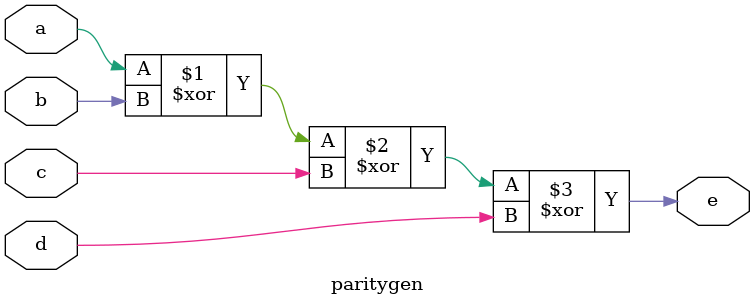
<source format=v>
`timescale 1ns / 1ps

module paritygen(
  input a, b, c, d,
  output e
);

assign e = a^b^c^d;

endmodule

</source>
